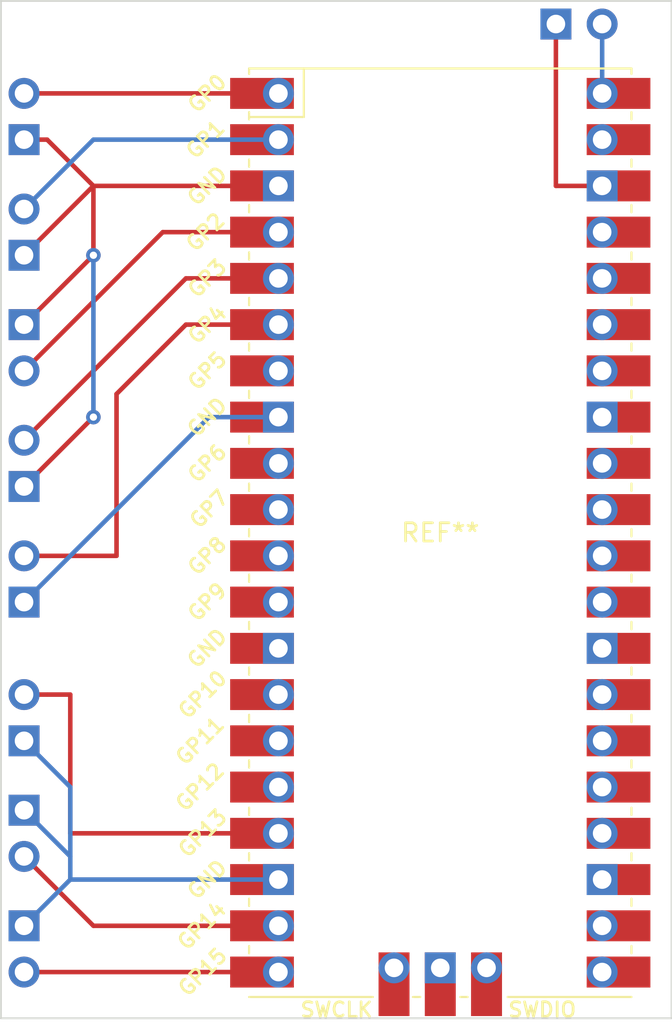
<source format=kicad_pcb>
(kicad_pcb (version 20221018) (generator pcbnew)
  (layers (0 "F.Cu" signal) (31 "B.Cu" signal) (34 "B.Paste" user) (35 "F.Paste" user) (36 "B.SilkS" user "B.Silkscreen") (37 "F.SilkS" user "F.Silkscreen") (38 "B.Mask" user) (39 "F.Mask" user) (44 "Edge.Cuts" user))
  (net 0 "")
  (footprint "" (layer "F.Cu") (at 156.21 69.85)
    (fp_text reference "" (at 0 0) (layer "F.SilkS") (effects (font (size 1.27 1.27))))
    (fp_text value "" (at 0 0) (layer "F.SilkS") (effects (font (size 1.27 1.27))))
    (pad "39" thru_hole oval (at 0 0) (size 1.7 1.7) (drill 1.02) (layers "*.Cu" "*.Mask"))
  )
  (footprint "" (layer "F.Cu") (at 124.46 95.25)
    (fp_text reference "" (at 0 0) (layer "F.SilkS") (effects (font (size 1.27 1.27))))
    (fp_text value "" (at 0 0) (layer "F.SilkS") (effects (font (size 1.27 1.27))))
    (pad "3" thru_hole rect (at 0 0) (size 1.7 1.7) (drill 1.02) (layers "*.Cu" "*.Mask"))
  )
  (footprint "" (layer "F.Cu") (at 124.46 86.36)
    (fp_text reference "" (at 0 0) (layer "F.SilkS") (effects (font (size 1.27 1.27))))
    (fp_text value "" (at 0 0) (layer "F.SilkS") (effects (font (size 1.27 1.27))))
    (pad "3" thru_hole rect (at 0 0) (size 1.7 1.7) (drill 1.02) (layers "*.Cu" "*.Mask"))
  )
  (footprint "" (layer "F.Cu") (at 124.46 99.06)
    (fp_text reference "" (at 0 0) (layer "F.SilkS") (effects (font (size 1.27 1.27))))
    (fp_text value "" (at 0 0) (layer "F.SilkS") (effects (font (size 1.27 1.27))))
    (pad "6" thru_hole oval (at 0 0) (size 1.7 1.7) (drill 1.02) (layers "*.Cu" "*.Mask"))
  )
  (footprint "PicoBoard:RPi_Pico_SMD_TH" (layer "F.Cu") (at 147.32 97.79)
    (fp_text reference "REF**" (at 0 0) (layer "F.SilkS"))
    (fp_text value "RPi_Pico_SMD_TH")
    (fp_text user "GP14" (at -13.1 21.59 45) (layer "F.SilkS") (effects (font (size 0.8 0.8))))
    (fp_text user "GP4" (at -12.8 -11.43 45) (layer "F.SilkS") (effects (font (size 0.8 0.8))))
    (fp_text user "GP8" (at -12.8 1.27 45) (layer "F.SilkS") (effects (font (size 0.8 0.8))))
    (fp_text user "SWDIO" (at 5.6 26.2) (layer "F.SilkS") (effects (font (size 0.8 0.8))))
    (fp_text user "GP2" (at -12.9 -16.51 45) (layer "F.SilkS") (effects (font (size 0.8 0.8))))
    (fp_text user "GP5" (at -12.8 -8.89 45) (layer "F.SilkS") (effects (font (size 0.8 0.8))))
    (fp_text user "GP13" (at -13.054 16.51 45) (layer "F.SilkS") (effects (font (size 0.8 0.8))))
    (fp_text user "SWCLK" (at -5.7 26.2) (layer "F.SilkS") (effects (font (size 0.8 0.8))))
    (fp_text user "GND" (at -12.8 19.05 45) (layer "F.SilkS") (effects (font (size 0.8 0.8))))
    (fp_text user "GP1" (at -12.9 -21.6 45) (layer "F.SilkS") (effects (font (size 0.8 0.8))))
    (fp_text user "GP10" (at -13.054 8.89 45) (layer "F.SilkS") (effects (font (size 0.8 0.8))))
    (fp_text user "GP3" (at -12.8 -13.97 45) (layer "F.SilkS") (effects (font (size 0.8 0.8))))
    (fp_text user "GP12" (at -13.2 13.97 45) (layer "F.SilkS") (effects (font (size 0.8 0.8))))
    (fp_text user "GP9" (at -12.8 3.81 45) (layer "F.SilkS") (effects (font (size 0.8 0.8))))
    (fp_text user "GND" (at -12.8 -6.35 45) (layer "F.SilkS") (effects (font (size 0.8 0.8))))
    (fp_text user "GP6" (at -12.8 -3.81 45) (layer "F.SilkS") (effects (font (size 0.8 0.8))))
    (fp_text user "GND" (at -12.8 6.35 45) (layer "F.SilkS") (effects (font (size 0.8 0.8))))
    (fp_text user "GP7" (at -12.7 -1.3 45) (layer "F.SilkS") (effects (font (size 0.8 0.8))))
    (fp_text user "GP11" (at -13.2 11.43 45) (layer "F.SilkS") (effects (font (size 0.8 0.8))))
    (fp_text user "GP0" (at -12.8 -24.13 45) (layer "F.SilkS") (effects (font (size 0.8 0.8))))
    (fp_text user "GND" (at -12.8 -19.05 45) (layer "F.SilkS") (effects (font (size 0.8 0.8))))
    (fp_text user "GP15" (at -13.054 24.13 45) (layer "F.SilkS") (effects (font (size 0.8 0.8))))
    (fp_line (start -10.5 -25.5) (end -10.5 -25.2) (stroke (width 0.12)) (layer "F.SilkS"))
    (fp_line (start -10.5 -25.5) (end 10.5 -25.5) (stroke (width 0.12)) (layer "F.SilkS"))
    (fp_line (start -10.5 -23.1) (end -10.5 -22.7) (stroke (width 0.12)) (layer "F.SilkS"))
    (fp_line (start -10.5 -22.833) (end -7.493 -22.833) (stroke (width 0.12)) (layer "F.SilkS"))
    (fp_line (start -10.5 -20.5) (end -10.5 -20.1) (stroke (width 0.12)) (layer "F.SilkS"))
    (fp_line (start -10.5 -18) (end -10.5 -17.6) (stroke (width 0.12)) (layer "F.SilkS"))
    (fp_line (start -10.5 -15.4) (end -10.5 -15) (stroke (width 0.12)) (layer "F.SilkS"))
    (fp_line (start -10.5 -12.9) (end -10.5 -12.5) (stroke (width 0.12)) (layer "F.SilkS"))
    (fp_line (start -10.5 -10.4) (end -10.5 -10) (stroke (width 0.12)) (layer "F.SilkS"))
    (fp_line (start -10.5 -7.8) (end -10.5 -7.4) (stroke (width 0.12)) (layer "F.SilkS"))
    (fp_line (start -10.5 -5.3) (end -10.5 -4.9) (stroke (width 0.12)) (layer "F.SilkS"))
    (fp_line (start -10.5 -2.7) (end -10.5 -2.3) (stroke (width 0.12)) (layer "F.SilkS"))
    (fp_line (start -10.5 -0.2) (end -10.5 0.2) (stroke (width 0.12)) (layer "F.SilkS"))
    (fp_line (start -10.5 2.3) (end -10.5 2.7) (stroke (width 0.12)) (layer "F.SilkS"))
    (fp_line (start -10.5 4.9) (end -10.5 5.3) (stroke (width 0.12)) (layer "F.SilkS"))
    (fp_line (start -10.5 7.4) (end -10.5 7.8) (stroke (width 0.12)) (layer "F.SilkS"))
    (fp_line (start -10.5 10) (end -10.5 10.4) (stroke (width 0.12)) (layer "F.SilkS"))
    (fp_line (start -10.5 12.5) (end -10.5 12.9) (stroke (width 0.12)) (layer "F.SilkS"))
    (fp_line (start -10.5 15.1) (end -10.5 15.5) (stroke (width 0.12)) (layer "F.SilkS"))
    (fp_line (start -10.5 17.6) (end -10.5 18) (stroke (width 0.12)) (layer "F.SilkS"))
    (fp_line (start -10.5 20.1) (end -10.5 20.5) (stroke (width 0.12)) (layer "F.SilkS"))
    (fp_line (start -10.5 22.7) (end -10.5 23.1) (stroke (width 0.12)) (layer "F.SilkS"))
    (fp_line (start -7.493 -22.833) (end -7.493 -25.5) (stroke (width 0.12)) (layer "F.SilkS"))
    (fp_line (start -3.7 25.5) (end -10.5 25.5) (stroke (width 0.12)) (layer "F.SilkS"))
    (fp_line (start -1.5 25.5) (end -1.1 25.5) (stroke (width 0.12)) (layer "F.SilkS"))
    (fp_line (start 1.1 25.5) (end 1.5 25.5) (stroke (width 0.12)) (layer "F.SilkS"))
    (fp_line (start 10.5 -25.5) (end 10.5 -25.2) (stroke (width 0.12)) (layer "F.SilkS"))
    (fp_line (start 10.5 -23.1) (end 10.5 -22.7) (stroke (width 0.12)) (layer "F.SilkS"))
    (fp_line (start 10.5 -20.5) (end 10.5 -20.1) (stroke (width 0.12)) (layer "F.SilkS"))
    (fp_line (start 10.5 -18) (end 10.5 -17.6) (stroke (width 0.12)) (layer "F.SilkS"))
    (fp_line (start 10.5 -15.4) (end 10.5 -15) (stroke (width 0.12)) (layer "F.SilkS"))
    (fp_line (start 10.5 -12.9) (end 10.5 -12.5) (stroke (width 0.12)) (layer "F.SilkS"))
    (fp_line (start 10.5 -10.4) (end 10.5 -10) (stroke (width 0.12)) (layer "F.SilkS"))
    (fp_line (start 10.5 -7.8) (end 10.5 -7.4) (stroke (width 0.12)) (layer "F.SilkS"))
    (fp_line (start 10.5 -5.3) (end 10.5 -4.9) (stroke (width 0.12)) (layer "F.SilkS"))
    (fp_line (start 10.5 -2.7) (end 10.5 -2.3) (stroke (width 0.12)) (layer "F.SilkS"))
    (fp_line (start 10.5 -0.2) (end 10.5 0.2) (stroke (width 0.12)) (layer "F.SilkS"))
    (fp_line (start 10.5 2.3) (end 10.5 2.7) (stroke (width 0.12)) (layer "F.SilkS"))
    (fp_line (start 10.5 4.9) (end 10.5 5.3) (stroke (width 0.12)) (layer "F.SilkS"))
    (fp_line (start 10.5 7.4) (end 10.5 7.8) (stroke (width 0.12)) (layer "F.SilkS"))
    (fp_line (start 10.5 10) (end 10.5 10.4) (stroke (width 0.12)) (layer "F.SilkS"))
    (fp_line (start 10.5 12.5) (end 10.5 12.9) (stroke (width 0.12)) (layer "F.SilkS"))
    (fp_line (start 10.5 15.1) (end 10.5 15.5) (stroke (width 0.12)) (layer "F.SilkS"))
    (fp_line (start 10.5 17.6) (end 10.5 18) (stroke (width 0.12)) (layer "F.SilkS"))
    (fp_line (start 10.5 20.1) (end 10.5 20.5) (stroke (width 0.12)) (layer "F.SilkS"))
    (fp_line (start 10.5 22.7) (end 10.5 23.1) (stroke (width 0.12)) (layer "F.SilkS"))
    (fp_line (start 10.5 25.5) (end 3.7 25.5) (stroke (width 0.12)) (layer "F.SilkS"))
    (pad "" np_thru_hole oval (at -2.725 -24) (size 1.8 1.8) (drill 1.8) (layers "*.Cu" "*.Mask"))
    (pad "" np_thru_hole oval (at -2.425 -20.97) (size 1.5 1.5) (drill 1.5) (layers "*.Cu" "*.Mask"))
    (pad "" np_thru_hole oval (at 2.425 -20.97) (size 1.5 1.5) (drill 1.5) (layers "*.Cu" "*.Mask"))
    (pad "" np_thru_hole oval (at 2.725 -24) (size 1.8 1.8) (drill 1.8) (layers "*.Cu" "*.Mask"))
    (pad "1" thru_hole oval (at -8.89 -24.13) (size 1.7 1.7) (drill 1.02) (layers "*.Cu" "*.Mask"))
    (pad "1" smd rect (at -8.89 -24.13) (size 3.5 1.7) (drill (offset -0.9 0)) (layers "F.Cu" "F.Mask"))
    (pad "2" thru_hole oval (at -8.89 -21.59) (size 1.7 1.7) (drill 1.02) (layers "*.Cu" "*.Mask"))
    (pad "2" smd rect (at -8.89 -21.59) (size 3.5 1.7) (drill (offset -0.9 0)) (layers "F.Cu" "F.Mask"))
    (pad "3" thru_hole rect (at -8.89 -19.05) (size 1.7 1.7) (drill 1.02) (layers "*.Cu" "*.Mask"))
    (pad "3" smd rect (at -8.89 -19.05) (size 3.5 1.7) (drill (offset -0.9 0)) (layers "F.Cu" "F.Mask"))
    (pad "4" thru_hole oval (at -8.89 -16.51) (size 1.7 1.7) (drill 1.02) (layers "*.Cu" "*.Mask"))
    (pad "4" smd rect (at -8.89 -16.51) (size 3.5 1.7) (drill (offset -0.9 0)) (layers "F.Cu" "F.Mask"))
    (pad "5" thru_hole oval (at -8.89 -13.97) (size 1.7 1.7) (drill 1.02) (layers "*.Cu" "*.Mask"))
    (pad "5" smd rect (at -8.89 -13.97) (size 3.5 1.7) (drill (offset -0.9 0)) (layers "F.Cu" "F.Mask"))
    (pad "6" thru_hole oval (at -8.89 -11.43) (size 1.7 1.7) (drill 1.02) (layers "*.Cu" "*.Mask"))
    (pad "6" smd rect (at -8.89 -11.43) (size 3.5 1.7) (drill (offset -0.9 0)) (layers "F.Cu" "F.Mask"))
    (pad "7" thru_hole oval (at -8.89 -8.89) (size 1.7 1.7) (drill 1.02) (layers "*.Cu" "*.Mask"))
    (pad "7" smd rect (at -8.89 -8.89) (size 3.5 1.7) (drill (offset -0.9 0)) (layers "F.Cu" "F.Mask"))
    (pad "8" thru_hole rect (at -8.89 -6.35) (size 1.7 1.7) (drill 1.02) (layers "*.Cu" "*.Mask"))
    (pad "8" smd rect (at -8.89 -6.35) (size 3.5 1.7) (drill (offset -0.9 0)) (layers "F.Cu" "F.Mask"))
    (pad "9" thru_hole oval (at -8.89 -3.81) (size 1.7 1.7) (drill 1.02) (layers "*.Cu" "*.Mask"))
    (pad "9" smd rect (at -8.89 -3.81) (size 3.5 1.7) (drill (offset -0.9 0)) (layers "F.Cu" "F.Mask"))
    (pad "10" thru_hole oval (at -8.89 -1.27) (size 1.7 1.7) (drill 1.02) (layers "*.Cu" "*.Mask"))
    (pad "10" smd rect (at -8.89 -1.27) (size 3.5 1.7) (drill (offset -0.9 0)) (layers "F.Cu" "F.Mask"))
    (pad "11" thru_hole oval (at -8.89 1.27) (size 1.7 1.7) (drill 1.02) (layers "*.Cu" "*.Mask"))
    (pad "11" smd rect (at -8.89 1.27) (size 3.5 1.7) (drill (offset -0.9 0)) (layers "F.Cu" "F.Mask"))
    (pad "12" thru_hole oval (at -8.89 3.81) (size 1.7 1.7) (drill 1.02) (layers "*.Cu" "*.Mask"))
    (pad "12" smd rect (at -8.89 3.81) (size 3.5 1.7) (drill (offset -0.9 0)) (layers "F.Cu" "F.Mask"))
    (pad "13" thru_hole rect (at -8.89 6.35) (size 1.7 1.7) (drill 1.02) (layers "*.Cu" "*.Mask"))
    (pad "13" smd rect (at -8.89 6.35) (size 3.5 1.7) (drill (offset -0.9 0)) (layers "F.Cu" "F.Mask"))
    (pad "14" thru_hole oval (at -8.89 8.89) (size 1.7 1.7) (drill 1.02) (layers "*.Cu" "*.Mask"))
    (pad "14" smd rect (at -8.89 8.89) (size 3.5 1.7) (drill (offset -0.9 0)) (layers "F.Cu" "F.Mask"))
    (pad "15" thru_hole oval (at -8.89 11.43) (size 1.7 1.7) (drill 1.02) (layers "*.Cu" "*.Mask"))
    (pad "15" smd rect (at -8.89 11.43) (size 3.5 1.7) (drill (offset -0.9 0)) (layers "F.Cu" "F.Mask"))
    (pad "16" thru_hole oval (at -8.89 13.97) (size 1.7 1.7) (drill 1.02) (layers "*.Cu" "*.Mask"))
    (pad "16" smd rect (at -8.89 13.97) (size 3.5 1.7) (drill (offset -0.9 0)) (layers "F.Cu" "F.Mask"))
    (pad "17" thru_hole oval (at -8.89 16.51) (size 1.7 1.7) (drill 1.02) (layers "*.Cu" "*.Mask"))
    (pad "17" smd rect (at -8.89 16.51) (size 3.5 1.7) (drill (offset -0.9 0)) (layers "F.Cu" "F.Mask"))
    (pad "18" thru_hole rect (at -8.89 19.05) (size 1.7 1.7) (drill 1.02) (layers "*.Cu" "*.Mask"))
    (pad "18" smd rect (at -8.89 19.05) (size 3.5 1.7) (drill (offset -0.9 0)) (layers "F.Cu" "F.Mask"))
    (pad "19" thru_hole oval (at -8.89 21.59) (size 1.7 1.7) (drill 1.02) (layers "*.Cu" "*.Mask"))
    (pad "19" smd rect (at -8.89 21.59) (size 3.5 1.7) (drill (offset -0.9 0)) (layers "F.Cu" "F.Mask"))
    (pad "20" thru_hole oval (at -8.89 24.13) (size 1.7 1.7) (drill 1.02) (layers "*.Cu" "*.Mask"))
    (pad "20" smd rect (at -8.89 24.13) (size 3.5 1.7) (drill (offset -0.9 0)) (layers "F.Cu" "F.Mask"))
    (pad "21" thru_hole oval (at 8.89 24.13) (size 1.7 1.7) (drill 1.02) (layers "*.Cu" "*.Mask"))
    (pad "21" smd rect (at 8.89 24.13) (size 3.5 1.7) (drill (offset 0.9 0)) (layers "F.Cu" "F.Mask"))
    (pad "22" thru_hole oval (at 8.89 21.59) (size 1.7 1.7) (drill 1.02) (layers "*.Cu" "*.Mask"))
    (pad "22" smd rect (at 8.89 21.59) (size 3.5 1.7) (drill (offset 0.9 0)) (layers "F.Cu" "F.Mask"))
    (pad "23" thru_hole rect (at 8.89 19.05) (size 1.7 1.7) (drill 1.02) (layers "*.Cu" "*.Mask"))
    (pad "23" smd rect (at 8.89 19.05) (size 3.5 1.7) (drill (offset 0.9 0)) (layers "F.Cu" "F.Mask"))
    (pad "24" thru_hole oval (at 8.89 16.51) (size 1.7 1.7) (drill 1.02) (layers "*.Cu" "*.Mask"))
    (pad "24" smd rect (at 8.89 16.51) (size 3.5 1.7) (drill (offset 0.9 0)) (layers "F.Cu" "F.Mask"))
    (pad "25" thru_hole oval (at 8.89 13.97) (size 1.7 1.7) (drill 1.02) (layers "*.Cu" "*.Mask"))
    (pad "25" smd rect (at 8.89 13.97) (size 3.5 1.7) (drill (offset 0.9 0)) (layers "F.Cu" "F.Mask"))
    (pad "26" thru_hole oval (at 8.89 11.43) (size 1.7 1.7) (drill 1.02) (layers "*.Cu" "*.Mask"))
    (pad "26" smd rect (at 8.89 11.43) (size 3.5 1.7) (drill (offset 0.9 0)) (layers "F.Cu" "F.Mask"))
    (pad "27" thru_hole oval (at 8.89 8.89) (size 1.7 1.7) (drill 1.02) (layers "*.Cu" "*.Mask"))
    (pad "27" smd rect (at 8.89 8.89) (size 3.5 1.7) (drill (offset 0.9 0)) (layers "F.Cu" "F.Mask"))
    (pad "28" thru_hole rect (at 8.89 6.35) (size 1.7 1.7) (drill 1.02) (layers "*.Cu" "*.Mask"))
    (pad "28" smd rect (at 8.89 6.35) (size 3.5 1.7) (drill (offset 0.9 0)) (layers "F.Cu" "F.Mask"))
    (pad "29" thru_hole oval (at 8.89 3.81) (size 1.7 1.7) (drill 1.02) (layers "*.Cu" "*.Mask"))
    (pad "29" smd rect (at 8.89 3.81) (size 3.5 1.7) (drill (offset 0.9 0)) (layers "F.Cu" "F.Mask"))
    (pad "30" thru_hole oval (at 8.89 1.27) (size 1.7 1.7) (drill 1.02) (layers "*.Cu" "*.Mask"))
    (pad "30" smd rect (at 8.89 1.27) (size 3.5 1.7) (drill (offset 0.9 0)) (layers "F.Cu" "F.Mask"))
    (pad "31" thru_hole oval (at 8.89 -1.27) (size 1.7 1.7) (drill 1.02) (layers "*.Cu" "*.Mask"))
    (pad "31" smd rect (at 8.89 -1.27) (size 3.5 1.7) (drill (offset 0.9 0)) (layers "F.Cu" "F.Mask"))
    (pad "32" thru_hole oval (at 8.89 -3.81) (size 1.7 1.7) (drill 1.02) (layers "*.Cu" "*.Mask"))
    (pad "32" smd rect (at 8.89 -3.81) (size 3.5 1.7) (drill (offset 0.9 0)) (layers "F.Cu" "F.Mask"))
    (pad "33" thru_hole rect (at 8.89 -6.35) (size 1.7 1.7) (drill 1.02) (layers "*.Cu" "*.Mask"))
    (pad "33" smd rect (at 8.89 -6.35) (size 3.5 1.7) (drill (offset 0.9 0)) (layers "F.Cu" "F.Mask"))
    (pad "34" thru_hole oval (at 8.89 -8.89) (size 1.7 1.7) (drill 1.02) (layers "*.Cu" "*.Mask"))
    (pad "34" smd rect (at 8.89 -8.89) (size 3.5 1.7) (drill (offset 0.9 0)) (layers "F.Cu" "F.Mask"))
    (pad "35" thru_hole oval (at 8.89 -11.43) (size 1.7 1.7) (drill 1.02) (layers "*.Cu" "*.Mask"))
    (pad "35" smd rect (at 8.89 -11.43) (size 3.5 1.7) (drill (offset 0.9 0)) (layers "F.Cu" "F.Mask"))
    (pad "36" thru_hole oval (at 8.89 -13.97) (size 1.7 1.7) (drill 1.02) (layers "*.Cu" "*.Mask"))
    (pad "36" smd rect (at 8.89 -13.97) (size 3.5 1.7) (drill (offset 0.9 0)) (layers "F.Cu" "F.Mask"))
    (pad "37" thru_hole oval (at 8.89 -16.51) (size 1.7 1.7) (drill 1.02) (layers "*.Cu" "*.Mask"))
    (pad "37" smd rect (at 8.89 -16.51) (size 3.5 1.7) (drill (offset 0.9 0)) (layers "F.Cu" "F.Mask"))
    (pad "38" thru_hole rect (at 8.89 -19.05) (size 1.7 1.7) (drill 1.02) (layers "*.Cu" "*.Mask"))
    (pad "38" smd rect (at 8.89 -19.05) (size 3.5 1.7) (drill (offset 0.9 0)) (layers "F.Cu" "F.Mask"))
    (pad "39" thru_hole oval (at 8.89 -21.59) (size 1.7 1.7) (drill 1.02) (layers "*.Cu" "*.Mask"))
    (pad "39" smd rect (at 8.89 -21.59) (size 3.5 1.7) (drill (offset 0.9 0)) (layers "F.Cu" "F.Mask"))
    (pad "40" thru_hole oval (at 8.89 -24.13) (size 1.7 1.7) (drill 1.02) (layers "*.Cu" "*.Mask"))
    (pad "40" smd rect (at 8.89 -24.13) (size 3.5 1.7) (drill (offset 0.9 0)) (layers "F.Cu" "F.Mask"))
    (pad "41" thru_hole oval (at -2.54 23.9) (size 1.7 1.7) (drill 1.02) (layers "*.Cu" "*.Mask"))
    (pad "41" smd rect (at -2.54 23.9 90) (size 3.5 1.7) (drill (offset -0.9 0)) (layers "F.Cu" "F.Mask"))
    (pad "42" thru_hole rect (at 0 23.9) (size 1.7 1.7) (drill 1.02) (layers "*.Cu" "*.Mask"))
    (pad "42" smd rect (at 0 23.9 90) (size 3.5 1.7) (drill (offset -0.9 0)) (layers "F.Cu" "F.Mask"))
    (pad "43" thru_hole oval (at 2.54 23.9) (size 1.7 1.7) (drill 1.02) (layers "*.Cu" "*.Mask"))
    (pad "43" smd rect (at 2.54 23.9 90) (size 3.5 1.7) (drill (offset -0.9 0)) (layers "F.Cu" "F.Mask"))
  )
  (footprint "" (layer "F.Cu") (at 124.46 88.9)
    (fp_text reference "" (at 0 0) (layer "F.SilkS") (effects (font (size 1.27 1.27))))
    (fp_text value "" (at 0 0) (layer "F.SilkS") (effects (font (size 1.27 1.27))))
    (pad "4" thru_hole oval (at 0 0) (size 1.7 1.7) (drill 1.02) (layers "*.Cu" "*.Mask"))
  )
  (footprint "" (layer "F.Cu") (at 124.46 76.2)
    (fp_text reference "" (at 0 0) (layer "F.SilkS") (effects (font (size 1.27 1.27))))
    (fp_text value "" (at 0 0) (layer "F.SilkS") (effects (font (size 1.27 1.27))))
    (pad "3" thru_hole rect (at 0 0) (size 1.7 1.7) (drill 1.02) (layers "*.Cu" "*.Mask"))
  )
  (footprint "" (layer "F.Cu") (at 124.46 113.03)
    (fp_text reference "" (at 0 0) (layer "F.SilkS") (effects (font (size 1.27 1.27))))
    (fp_text value "" (at 0 0) (layer "F.SilkS") (effects (font (size 1.27 1.27))))
    (pad "18" thru_hole rect (at 0 0) (size 1.7 1.7) (drill 1.02) (layers "*.Cu" "*.Mask"))
  )
  (footprint "" (layer "F.Cu") (at 124.46 92.71)
    (fp_text reference "" (at 0 0) (layer "F.SilkS") (effects (font (size 1.27 1.27))))
    (fp_text value "" (at 0 0) (layer "F.SilkS") (effects (font (size 1.27 1.27))))
    (pad "5" thru_hole oval (at 0 0) (size 1.7 1.7) (drill 1.02) (layers "*.Cu" "*.Mask"))
  )
  (footprint "" (layer "F.Cu") (at 124.46 109.22)
    (fp_text reference "" (at 0 0) (layer "F.SilkS") (effects (font (size 1.27 1.27))))
    (fp_text value "" (at 0 0) (layer "F.SilkS") (effects (font (size 1.27 1.27))))
    (pad "18" thru_hole rect (at 0 0) (size 1.7 1.7) (drill 1.02) (layers "*.Cu" "*.Mask"))
  )
  (footprint "" (layer "F.Cu") (at 124.46 73.66)
    (fp_text reference "" (at 0 0) (layer "F.SilkS") (effects (font (size 1.27 1.27))))
    (fp_text value "" (at 0 0) (layer "F.SilkS") (effects (font (size 1.27 1.27))))
    (pad "1" thru_hole oval (at 0 0) (size 1.7 1.7) (drill 1.02) (layers "*.Cu" "*.Mask"))
  )
  (footprint "" (layer "F.Cu") (at 124.46 106.68)
    (fp_text reference "" (at 0 0) (layer "F.SilkS") (effects (font (size 1.27 1.27))))
    (fp_text value "" (at 0 0) (layer "F.SilkS") (effects (font (size 1.27 1.27))))
    (pad "17" thru_hole oval (at 0 0) (size 1.7 1.7) (drill 1.02) (layers "*.Cu" "*.Mask"))
  )
  (footprint "" (layer "F.Cu") (at 124.46 115.57)
    (fp_text reference "" (at 0 0) (layer "F.SilkS") (effects (font (size 1.27 1.27))))
    (fp_text value "" (at 0 0) (layer "F.SilkS") (effects (font (size 1.27 1.27))))
    (pad "19" thru_hole oval (at 0 0) (size 1.7 1.7) (drill 1.02) (layers "*.Cu" "*.Mask"))
  )
  (footprint "" (layer "F.Cu") (at 124.46 80.01)
    (fp_text reference "" (at 0 0) (layer "F.SilkS") (effects (font (size 1.27 1.27))))
    (fp_text value "" (at 0 0) (layer "F.SilkS") (effects (font (size 1.27 1.27))))
    (pad "2" thru_hole oval (at 0 0) (size 1.7 1.7) (drill 1.02) (layers "*.Cu" "*.Mask"))
  )
  (footprint "" (layer "F.Cu") (at 153.67 69.85)
    (fp_text reference "" (at 0 0) (layer "F.SilkS") (effects (font (size 1.27 1.27))))
    (fp_text value "" (at 0 0) (layer "F.SilkS") (effects (font (size 1.27 1.27))))
    (pad "38" thru_hole rect (at 0 0) (size 1.7 1.7) (drill 1.02) (layers "*.Cu" "*.Mask"))
  )
  (footprint "" (layer "F.Cu") (at 124.46 119.38)
    (fp_text reference "" (at 0 0) (layer "F.SilkS") (effects (font (size 1.27 1.27))))
    (fp_text value "" (at 0 0) (layer "F.SilkS") (effects (font (size 1.27 1.27))))
    (pad "18" thru_hole rect (at 0 0) (size 1.7 1.7) (drill 1.02) (layers "*.Cu" "*.Mask"))
  )
  (footprint "" (layer "F.Cu") (at 124.46 101.6)
    (fp_text reference "" (at 0 0) (layer "F.SilkS") (effects (font (size 1.27 1.27))))
    (fp_text value "" (at 0 0) (layer "F.SilkS") (effects (font (size 1.27 1.27))))
    (pad "8" thru_hole rect (at 0 0) (size 1.7 1.7) (drill 1.02) (layers "*.Cu" "*.Mask"))
  )
  (footprint "" (layer "F.Cu") (at 124.46 121.92)
    (fp_text reference "" (at 0 0) (layer "F.SilkS") (effects (font (size 1.27 1.27))))
    (fp_text value "" (at 0 0) (layer "F.SilkS") (effects (font (size 1.27 1.27))))
    (pad "20" thru_hole oval (at 0 0) (size 1.7 1.7) (drill 1.02) (layers "*.Cu" "*.Mask"))
  )
  (footprint "" (layer "F.Cu") (at 124.46 82.55)
    (fp_text reference "" (at 0 0) (layer "F.SilkS") (effects (font (size 1.27 1.27))))
    (fp_text value "" (at 0 0) (layer "F.SilkS") (effects (font (size 1.27 1.27))))
    (pad "3" thru_hole rect (at 0 0) (size 1.7 1.7) (drill 1.02) (layers "*.Cu" "*.Mask"))
  )
  (gr_rect (start 123.19 68.58) (end 160.02 124.46) (stroke (width 0.1)) (fill none) (layer "Edge.Cuts"))
  (segment (start 128.27 119.38) (end 124.46 115.57) (width 0.25) (layer "F.Cu") (net 0))
  (segment (start 138.43 121.92) (end 124.46 121.92) (width 0.25) (layer "F.Cu") (net 0))
  (segment (start 133.35 86.36) (end 132.08 87.63) (width 0.25) (layer "F.Cu") (net 0))
  (segment (start 129.54 99.06) (end 124.46 99.06) (width 0.25) (layer "F.Cu") (net 0))
  (segment (start 138.43 78.74) (end 128.27 78.74) (width 0.25) (layer "F.Cu") (net 0))
  (segment (start 138.43 73.66) (end 124.46 73.66) (width 0.25) (layer "F.Cu") (net 0))
  (segment (start 138.43 114.3) (end 127 114.3) (width 0.25) (layer "F.Cu") (net 0))
  (segment (start 128.27 78.74) (end 128.27 82.55) (width 0.25) (layer "F.Cu") (net 0))
  (segment (start 128.27 82.55) (end 124.46 86.36) (width 0.25) (layer "F.Cu") (net 0))
  (segment (start 128.27 91.44) (end 124.46 95.25) (width 0.25) (layer "F.Cu") (net 0))
  (segment (start 127 106.68) (end 125.73 106.68) (width 0.25) (layer "F.Cu") (net 0))
  (segment (start 125.73 106.68) (end 124.46 106.68) (width 0.25) (layer "F.Cu") (net 0))
  (segment (start 132.08 87.63) (end 129.54 90.17) (width 0.25) (layer "F.Cu") (net 0))
  (segment (start 129.54 90.17) (end 129.54 99.06) (width 0.25) (layer "F.Cu") (net 0))
  (segment (start 153.67 78.74) (end 153.67 69.85) (width 0.25) (layer "F.Cu") (net 0))
  (segment (start 138.43 81.28) (end 132.08 81.28) (width 0.25) (layer "F.Cu") (net 0))
  (segment (start 132.08 81.28) (end 124.46 88.9) (width 0.25) (layer "F.Cu") (net 0))
  (segment (start 156.21 78.74) (end 153.67 78.74) (width 0.25) (layer "F.Cu") (net 0))
  (segment (start 125.73 76.2) (end 124.46 76.2) (width 0.25) (layer "F.Cu") (net 0))
  (segment (start 138.43 86.36) (end 133.35 86.36) (width 0.25) (layer "F.Cu") (net 0))
  (segment (start 128.27 78.74) (end 125.73 76.2) (width 0.25) (layer "F.Cu") (net 0))
  (segment (start 133.35 83.82) (end 124.46 92.71) (width 0.25) (layer "F.Cu") (net 0))
  (segment (start 127 114.3) (end 127 106.68) (width 0.25) (layer "F.Cu") (net 0))
  (segment (start 138.43 83.82) (end 133.35 83.82) (width 0.25) (layer "F.Cu") (net 0))
  (segment (start 124.46 82.55) (end 128.27 78.74) (width 0.25) (layer "F.Cu") (net 0))
  (segment (start 138.43 119.38) (end 128.27 119.38) (width 0.25) (layer "F.Cu") (net 0))
  (via (at 128.27 91.44) (size 0.8) (drill 0.4) (layers "F.Cu" "B.Cu") (net 0))
  (via (at 128.27 82.55) (size 0.8) (drill 0.4) (layers "F.Cu" "B.Cu") (net 0))
  (segment (start 127 116.84) (end 124.46 119.38) (width 0.25) (layer "B.Cu") (net 0))
  (segment (start 128.27 82.55) (end 128.27 91.44) (width 0.25) (layer "B.Cu") (net 0))
  (segment (start 127 115.57) (end 124.46 113.03) (width 0.25) (layer "B.Cu") (net 0))
  (segment (start 134.62 91.44) (end 124.46 101.6) (width 0.25) (layer "B.Cu") (net 0))
  (segment (start 127 116.84) (end 127 115.57) (width 0.25) (layer "B.Cu") (net 0))
  (segment (start 138.43 91.44) (end 134.62 91.44) (width 0.25) (layer "B.Cu") (net 0))
  (segment (start 127 111.76) (end 124.46 109.22) (width 0.25) (layer "B.Cu") (net 0))
  (segment (start 138.43 76.2) (end 128.27 76.2) (width 0.25) (layer "B.Cu") (net 0))
  (segment (start 138.43 116.84) (end 127 116.84) (width 0.25) (layer "B.Cu") (net 0))
  (segment (start 128.27 76.2) (end 124.46 80.01) (width 0.25) (layer "B.Cu") (net 0))
  (segment (start 156.21 73.66) (end 156.21 69.85) (width 0.25) (layer "B.Cu") (net 0))
  (segment (start 127 115.57) (end 127 111.76) (width 0.25) (layer "B.Cu") (net 0))
)
</source>
